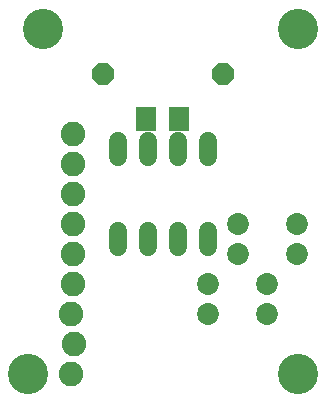
<source format=gbs>
G75*
%MOIN*%
%OFA0B0*%
%FSLAX24Y24*%
%IPPOS*%
%LPD*%
%AMOC8*
5,1,8,0,0,1.08239X$1,22.5*
%
%ADD10C,0.1340*%
%ADD11C,0.0600*%
%ADD12C,0.0730*%
%ADD13OC8,0.0740*%
%ADD14C,0.0820*%
%ADD15R,0.0710X0.0789*%
D10*
X001350Y001350D03*
X010350Y001350D03*
X010350Y012850D03*
X001850Y012850D03*
D11*
X004350Y009110D02*
X004350Y008590D01*
X005350Y008590D02*
X005350Y009110D01*
X006350Y009110D02*
X006350Y008590D01*
X007350Y008590D02*
X007350Y009110D01*
X007350Y006110D02*
X007350Y005590D01*
X006350Y005590D02*
X006350Y006110D01*
X005350Y006110D02*
X005350Y005590D01*
X004350Y005590D02*
X004350Y006110D01*
D12*
X007366Y004350D03*
X007366Y003350D03*
X008366Y005350D03*
X008366Y006350D03*
X009334Y004350D03*
X009334Y003350D03*
X010334Y005350D03*
X010334Y006350D03*
D13*
X007850Y011350D03*
X003850Y011350D03*
D14*
X002850Y009350D03*
X002850Y008350D03*
X002850Y007350D03*
X002850Y006350D03*
X002850Y005350D03*
X002850Y004350D03*
X002800Y003350D03*
X002900Y002350D03*
X002800Y001350D03*
D15*
X005299Y009850D03*
X006401Y009850D03*
M02*

</source>
